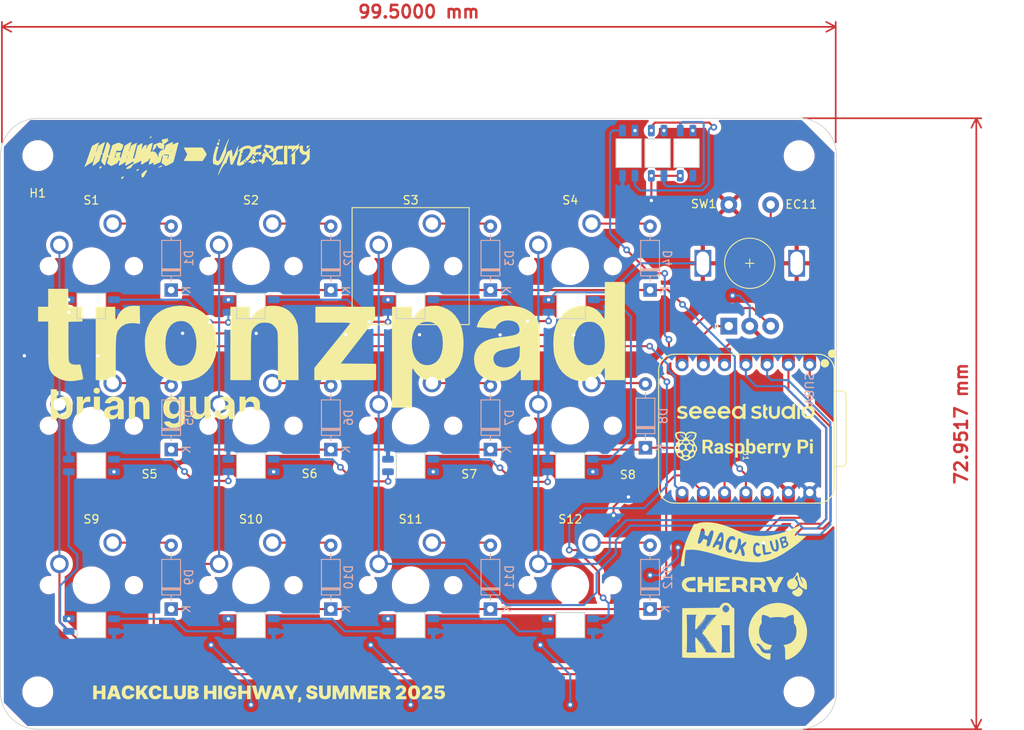
<source format=kicad_pcb>
(kicad_pcb (version 20240108) (generator "pcbnew") (generator_version "8.0")
  (layers (0 "F.Cu" signal) (31 "B.Cu" signal) (34 "B.Paste" user) (35 "F.Paste" user) (36 "B.SilkS" user "B.Silkscreen") (37 "F.SilkS" user "F.Silkscreen") (38 "B.Mask" user) (39 "F.Mask" user) (44 "Edge.Cuts" user))
  (net 0 "")
  (net 1 "VBUS")
  (net 2 "RGB_LED")
  (net 3 "GND")
  (net 4 "Net-(D13-DOUT)")
  (net 5 "Net-(D14-DOUT)")
  (net 6 "Net-(D15-DOUT)")
  (net 7 "Net-(D16-DOUT)")
  (net 8 "ROW 2")
  (net 9 "COLUMN 2")
  (net 10 "COLUMN 4")
  (net 11 "ROW 3")
  (net 12 "COLUMN 1")
  (net 13 "ROW 1")
  (net 14 "COLUMN 3")
  (net 15 "Net-(D1-A)")
  (net 16 "Net-(D2-A)")
  (net 17 "Net-(D3-A)")
  (net 18 "Net-(D4-A)")
  (net 19 "Net-(D5-A)")
  (net 20 "Net-(D6-A)")
  (net 21 "Net-(D7-A)")
  (net 22 "Net-(D8-A)")
  (net 23 "Net-(D9-A)")
  (net 24 "Net-(D10-A)")
  (net 25 "Net-(D11-A)")
  (net 26 "Net-(D12-A)")
  (net 27 "Net-(D16-DIN)")
  (net 28 "Net-(D17-DOUT)")
  (net 29 "Net-(D18-DOUT)")
  (net 30 "Net-(D19-DOUT)")
  (net 31 "Net-(D20-DOUT)")
  (net 32 "Net-(D22-DOUT)")
  (net 33 "ROTARY 2")
  (net 34 "ROTARY 3")
  (net 35 "ROTARY 1")
  (net 36 "3.3V")
  (net 37 "Net-(D13-DIN)")
  (net 38 "Net-(D23-DOUT)")
  (net 39 "Net-(D24-DOUT)")
  (net 40 "Net-(D26-DOUT)")
  (footprint "Button_Switch_Keyboard:SW_Cherry_MX_1.00u_PCB" (layer "F.Cu") (at 131.548971 114.780767)
    (property "Reference" "S10")
    (property "Value" "Keyswitch")
  )
  (footprint "LOGO" (layer "F.Cu") (at 187.85 119.75)
    (property "Reference" "G***" (hide yes))
    (property "Value" "LOGO" (hide yes))
  )
  (footprint "LOGO" (layer "F.Cu") (at 122.533971 68.503267)
    (property "Reference" "G***" (hide yes))
    (property "Value" "LOGO" (hide yes))
  )
  (footprint "LOGO" (layer "F.Cu") (at 191.873971 125.383267)
    (property "Reference" "G***" (hide yes))
    (property "Value" "LOGO" (hide yes))
  )
  (footprint "LOGO" (layer "F.Cu") (at 131.163971 132.843267)
    (property "Reference" "G***" (hide yes))
    (property "Value" "LOGO" (hide yes))
  )
  (footprint "LOGO" (layer "F.Cu") (at 183.593971 125.293267)
    (property "Reference" "G***" (hide yes))
    (property "Value" "LOGO" (hide yes))
  )
  (footprint "LOGO" (layer "F.Cu") (at 138.583971 91.153267)
    (property "Reference" "G***" (hide yes))
    (property "Value" "LOGO" (hide yes))
  )
  (footprint "Seeed Studio XIAO Series Library:XIAO-RP2040-DIP" (layer "F.Cu") (at 188.065471 101.173267 -90)
    (property "Reference" "U1")
    (property "Value" "XIAO-RP2040-DIP")
  )
  (footprint "Button_Switch_Keyboard:SW_Cherry_MX_1.00u_PCB" (layer "F.Cu") (at 112.498971 95.730767)
    (property "Reference" "S5")
    (property "Value" "Keyswitch")
  )
  (footprint "LOGO" (layer "F.Cu") (at 117.623971 98.653267)
    (property "Reference" "G***" (hide yes))
    (property "Value" "LOGO" (hide yes))
  )
  (footprint "Button_Switch_Keyboard:SW_Cherry_MX_1.00u_PCB" (layer "F.Cu") (at 131.548971 76.680767)
    (property "Reference" "S2")
    (property "Value" "Keyswitch")
  )
  (footprint "Button_Switch_Keyboard:SW_Cherry_MX_1.00u_PCB" (layer "F.Cu") (at 150.598971 76.680767)
    (property "Reference" "S3")
    (property "Value" "Keyswitch" (hide yes))
  )
  (footprint "Button_Switch_Keyboard:SW_Cherry_MX_1.00u_PCB" (layer "F.Cu") (at 112.498971 114.780767)
    (property "Reference" "S9")
    (property "Value" "Keyswitch")
  )
  (footprint "Button_Switch_Keyboard:SW_Cherry_MX_1.00u_PCB" (layer "F.Cu") (at 112.498971 76.680767)
    (property "Reference" "S1")
    (property "Value" "Keyswitch")
  )
  (footprint "Button_Switch_Keyboard:SW_Cherry_MX_1.00u_PCB" (layer "F.Cu") (at 169.648971 76.680767)
    (property "Reference" "S4")
    (property "Value" "Keyswitch")
  )
  (footprint "Button_Switch_Keyboard:SW_Cherry_MX_1.00u_PCB" (layer "F.Cu") (at 150.598971 95.730767)
    (property "Reference" "S7")
    (property "Value" "Keyswitch")
  )
  (footprint "MountingHole:MountingHole_3.2mm_M3_DIN965" (layer "F.Cu") (at 194.419831 68.580027)
    (property "Reference" "H2" (hide yes))
    (property "Value" "Mounting_Hole" (hide yes))
  )
  (footprint "MountingHole:MountingHole_3.2mm_M3_DIN965" (layer "F.Cu") (at 194.409657 132.594127)
    (property "Reference" "H4" (hide yes))
    (property "Value" "Mounting_Hole" (hide yes))
  )
  (footprint "Button_Switch_Keyboard:SW_Cherry_MX_1.00u_PCB" (layer "F.Cu") (at 131.548971 95.730767)
    (property "Reference" "S6")
    (property "Value" "Keyswitch")
  )
  (footprint "MountingHole:MountingHole_3.2mm_M3_DIN965" (layer "F.Cu") (at 103.563061 132.599003)
    (property "Reference" "H3" (hide yes))
    (property "Value" "Mounting_Hole" (hide yes))
  )
  (footprint "LOGO" (layer "F.Cu") (at 188.018767 99.124268)
    (property "Reference" "G***" (hide yes))
    (property "Value" "LOGO" (hide yes))
  )
  (footprint "Rotary_Encoder:RotaryEncoder_Alps_EC11E-Switch_Vertical_H20mm" (layer "F.Cu") (at 186.027571 88.923267 90)
    (property "Reference" "SW1")
    (property "Value" "RotaryEncoder_Switch_MP" (hide yes))
  )
  (footprint "Button_Switch_Keyboard:SW_Cherry_MX_1.00u_PCB" (layer "F.Cu") (at 150.598971 114.780767)
    (property "Reference" "S11")
    (property "Value" "Keyswitch")
  )
  (footprint "LOGO" (layer "F.Cu") (at 187.806008 114.96826)
    (property "Reference" "G***" (hide yes))
    (property "Value" "LOGO" (hide yes))
  )
  (footprint "Button_Switch_Keyboard:SW_Cherry_MX_1.00u_PCB" (layer "F.Cu") (at 169.648971 114.780767)
    (property "Reference" "S12")
    (property "Value" "Keyswitch")
  )
  (footprint "MountingHole:MountingHole_3.2mm_M3_DIN965" (layer "F.Cu") (at 103.573231 68.564907)
    (property "Reference" "H1")
    (property "Value" "Mounting_Hole" (hide yes))
  )
  (footprint "LOGO" (layer "F.Cu") (at 187.8 103.25)
    (property "Reference" "G***" (hide yes))
    (property "Value" "LOGO" (hide yes))
  )
  (footprint "Button_Switch_Keyboard:SW_Cherry_MX_1.00u_PCB" (layer "F.Cu") (at 169.648971 95.730767)
    (property "Reference" "S8")
    (property "Value" "Keyswitch")
  )
  (footprint "Diode_THT:D_DO-35_SOD27_P7.62mm_Horizontal" (layer "B.Cu") (at 157.581571 122.715267 90)
    (property "Reference" "D11")
    (property "Value" "Diode")
  )
  (footprint "ScottoKeebs_Components:LED_SK6812MINI" (layer "B.Cu") (at 109.957571 105.570467 180)
    (property "Reference" "D18" (hide yes))
    (property "Value" "LED_SK6812MINI" (hide yes))
    (fp_line (start 1.7 1.5) (end 1.7 -1.5) (stroke (width 0.12)) (layer "Edge.Cuts"))
    (fp_line (start 1.7 -1.5) (end -1.7 -1.5) (stroke (width 0.12)) (layer "Edge.Cuts"))
    (fp_line (start -1.7 1.5) (end 1.7 1.5) (stroke (width 0.12)) (layer "Edge.Cuts"))
    (fp_line (start -1.7 -1.5) (end -1.7 1.5) (stroke (width 0.12)) (layer "Edge.Cuts"))
  )
  (footprint "ScottoKeebs_Components:LED_SK6812MINI" (layer "B.Cu") (at 174.083971 68.273267 -90)
    (property "Reference" "D24" (hide yes))
    (property "Value" "LED_SK6812MINI" (hide yes))
    (fp_line (start -1.7 1.5) (end 1.7 1.5) (stroke (width 0.12)) (layer "Edge.Cuts"))
    (fp_line (start 1.7 1.5) (end 1.7 -1.5) (stroke (width 0.12)) (layer "Edge.Cuts"))
    (fp_line (start -1.7 -1.5) (end -1.7 1.5) (stroke (width 0.12)) (layer "Edge.Cuts"))
    (fp_line (start 1.7 -1.5) (end -1.7 -1.5) (stroke (width 0.12)) (layer "Edge.Cuts"))
  )
  (footprint "Diode_THT:D_DO-35_SOD27_P7.62mm_Horizontal" (layer "B.Cu") (at 119.482371 84.616067 90)
    (property "Reference" "D1")
    (property "Value" "Diode")
  )
  (footprint "Diode_THT:D_DO-35_SOD27_P7.62mm_Horizontal" (layer "B.Cu") (at 157.583971 103.668267 90)
    (property "Reference" "D7")
    (property "Value" "Diode")
  )
  (footprint "Diode_THT:D_DO-35_SOD27_P7.62mm_Horizontal" (layer "B.Cu") (at 138.531971 84.616067 90)
    (property "Reference" "D2")
    (property "Value" "Diode")
  )
  (footprint "ScottoKeebs_Components:LED_SK6812MINI" (layer "B.Cu") (at 129.007171 124.620067)
    (property "Reference" "D20" (hide yes))
    (property "Value" "LED_SK6812MINI" (hide yes))
    (fp_line (start -1.7 -1.5) (end -1.7 1.5) (stroke (width 0.12)) (layer "Edge.Cuts"))
    (fp_line (start -1.7 1.5) (end 1.7 1.5) (stroke (width 0.12)) (layer "Edge.Cuts"))
    (fp_line (start 1.7 -1.5) (end -1.7 -1.5) (stroke (width 0.12)) (layer "Edge.Cuts"))
    (fp_line (start 1.7 1.5) (end 1.7 -1.5) (stroke (width 0.12)) (layer "Edge.Cuts"))
  )
  (footprint "ScottoKeebs_Components:LED_SK6812MINI" (layer "B.Cu") (at 129.007171 86.520867)
    (property "Reference" "D13" (hide yes))
    (property "Value" "LED_SK6812MINI" (hide yes))
    (fp_line (start -1.7 -1.5) (end -1.7 1.5) (stroke (width 0.12)) (layer "Edge.Cuts"))
    (fp_line (start -1.7 1.5) (end 1.7 1.5) (stroke (width 0.12)) (layer "Edge.Cuts"))
    (fp_line (start 1.7 -1.5) (end -1.7 -1.5) (stroke (width 0.12)) (layer "Edge.Cuts"))
    (fp_line (start 1.7 1.5) (end 1.7 -1.5) (stroke (width 0.12)) (layer "Edge.Cuts"))
  )
  (footprint "ScottoKeebs_Components:LED_SK6812MINI" (layer "B.Cu") (at 167.218971 86.520867)
    (property "Reference" "D15" (hide yes))
    (property "Value" "LED_SK6812MINI" (hide yes))
    (fp_line (start -1.7 -1.5) (end -1.7 1.5) (stroke (width 0.12)) (layer "Edge.Cuts"))
    (fp_line (start -1.7 1.5) (end 1.7 1.5) (stroke (width 0.12)) (layer "Edge.Cuts"))
    (fp_line (start 1.7 -1.5) (end -1.7 -1.5) (stroke (width 0.12)) (layer "Edge.Cuts"))
    (fp_line (start 1.7 1.5) (end 1.7 -1.5) (stroke (width 0.12)) (layer "Edge.Cuts"))
  )
  (footprint "Diode_THT:D_DO-35_SOD27_P7.62mm_Horizontal" (layer "B.Cu") (at 157.581571 84.616067 90)
    (property "Reference" "D3")
    (property "Value" "Diode")
  )
  (footprint "Diode_THT:D_DO-35_SOD27_P7.62mm_Horizontal" (layer "B.Cu") (at 138.531971 122.715267 90)
    (property "Reference" "D10")
    (property "Value" "Diode")
  )
  (footprint "ScottoKeebs_Components:LED_SK6812MINI" (layer "B.Cu") (at 109.957571 124.620067)
    (property "Reference" "D19" (hide yes))
    (property "Value" "LED_SK6812MINI" (hide yes))
    (fp_line (start -1.7 -1.5) (end -1.7 1.5) (stroke (width 0.12)) (layer "Edge.Cuts"))
    (fp_line (start -1.7 1.5) (end 1.7 1.5) (stroke (width 0.12)) (layer "Edge.Cuts"))
    (fp_line (start 1.7 -1.5) (end -1.7 -1.5) (stroke (width 0.12)) (layer "Edge.Cuts"))
    (fp_line (start 1.7 1.5) (end 1.7 -1.5) (stroke (width 0.12)) (layer "Edge.Cuts"))
  )
  (footprint "Diode_THT:D_DO-35_SOD27_P7.62mm_Horizontal" (layer "B.Cu") (at 119.483971 103.668267 90)
    (property "Reference" "D5")
    (property "Value" "Diode")
  )
  (footprint "ScottoKeebs_Components:LED_SK6812MINI" (layer "B.Cu") (at 180.983971 68.273267 -90)
    (property "Reference" "D27" (hide yes))
    (property "Value" "LED_SK6812MINI" (hide yes))
    (fp_line (start -1.7 1.5) (end 1.7 1.5) (stroke (width 0.12)) (layer "Edge.Cuts"))
    (fp_line (start 1.7 1.5) (end 1.7 -1.5) (stroke (width 0.12)) (layer "Edge.Cuts"))
    (fp_line (start -1.7 -1.5) (end -1.7 1.5) (stroke (width 0.12)) (layer "Edge.Cuts"))
    (fp_line (start 1.7 -1.5) (end -1.7 -1.5) (stroke (width 0.12)) (layer "Edge.Cuts"))
  )
  (footprint "Diode_THT:D_DO-35_SOD27_P7.62mm_Horizontal" (layer "B.Cu") (at 119.482371 122.715267 90)
    (property "Reference" "D9")
    (property "Value" "Diode")
  )
  (footprint "ScottoKeebs_Components:LED_SK6812MINI" (layer "B.Cu") (at 148.056771 86.520867)
    (property "Reference" "D14" (hide yes))
    (property "Value" "LED_SK6812MINI" (hide yes))
    (fp_line (start -1.7 -1.5) (end -1.7 1.5) (stroke (width 0.12)) (layer "Edge.Cuts"))
    (fp_line (start -1.7 1.5) (end 1.7 1.5) (stroke (width 0.12)) (layer "Edge.Cuts"))
    (fp_line (start 1.7 -1.5) (end -1.7 -1.5) (stroke (width 0.12)) (layer "Edge.Cuts"))
    (fp_line (start 1.7 1.5) (end 1.7 -1.5) (stroke (width 0.12)) (layer "Edge.Cuts"))
  )
  (footprint "Diode_THT:D_DO-35_SOD27_P7.62mm_Horizontal" (layer "B.Cu") (at 138.533971 103.668267 90)
    (property "Reference" "D6")
    (property "Value" "Diode")
  )
  (footprint "ScottoKeebs_Components:LED_SK6812MINI" (layer "B.Cu") (at 167.104971 105.570467 180)
    (property "Reference" "D21" (hide yes))
    (property "Value" "LED_SK6812MINI" (hide yes))
    (fp_line (start 1.7 1.5) (end 1.7 -1.5) (stroke (width 0.12)) (layer "Edge.Cuts"))
    (fp_line (start 1.7 -1.5) (end -1.7 -1.5) (stroke (width 0.12)) (layer "Edge.Cuts"))
    (fp_line (start -1.7 1.5) (end 1.7 1.5) (stroke (width 0.12)) (layer "Edge.Cuts"))
    (fp_line (start -1.7 -1.5) (end -1.7 1.5) (stroke (width 0.12)) (layer "Edge.Cuts"))
  )
  (footprint "ScottoKeebs_Components:LED_SK6812MINI" (layer "B.Cu") (at 109.957571 86.520867)
    (property "Reference" "D25" (hide yes))
    (property "Value" "LED_SK6812MINI" (hide yes))
    (fp_line (start -1.7 -1.5) (end -1.7 1.5) (stroke (width 0.12)) (layer "Edge.Cuts"))
    (fp_line (start -1.7 1.5) (end 1.7 1.5) (stroke (width 0.12)) (layer "Edge.Cuts"))
    (fp_line (start 1.7 -1.5) (end -1.7 -1.5) (stroke (width 0.12)) (layer "Edge.Cuts"))
    (fp_line (start 1.7 1.5) (end 1.7 -1.5) (stroke (width 0.12)) (layer "Edge.Cuts"))
  )
  (footprint "ScottoKeebs_Components:LED_SK6812MINI" (layer "B.Cu") (at 177.533971 68.273267 -90)
    (property "Reference" "D26" (hide yes))
    (property "Value" "LED_SK6812MINI" (hide yes))
    (fp_line (start -1.7 1.5) (end 1.7 1.5) (stroke (width 0.12)) (layer "Edge.Cuts"))
    (fp_line (start 1.7 1.5) (end 1.7 -1.5) (stroke (width 0.12)) (layer "Edge.Cuts"))
    (fp_line (start -1.7 -1.5) (end -1.7 1.5) (stroke (width 0.12)) (layer "Edge.Cuts"))
    (fp_line (start 1.7 -1.5) (end -1.7 -1.5) (stroke (width 0.12)) (layer "Edge.Cuts"))
  )
  (footprint "ScottoKeebs_Components:LED_SK6812MINI" (layer "B.Cu") (at 167.125 124.620067)
    (property "Reference" "D23" (hide yes))
    (property "Value" "LED_SK6812MINI" (hide yes))
    (fp_line (start -1.7 -1.5) (end -1.7 1.5) (stroke (width 0.12)) (layer "Edge.Cuts"))
    (fp_line (start -1.7 1.5) (end 1.7 1.5) (stroke (width 0.12)) (layer "Edge.Cuts"))
    (fp_line (start 1.7 -1.5) (end -1.7 -1.5) (stroke (width 0.12)) (layer "Edge.Cuts"))
    (fp_line (start 1.7 1.5) (end 1.7 -1.5) (stroke (width 0.12)) (layer "Edge.Cuts"))
  )
  (footprint "Diode_THT:D_DO-35_SOD27_P7.62mm_Horizontal" (layer "B.Cu") (at 176.633971 84.618267 90)
    (property "Reference" "D4")
    (property "Value" "Diode")
  )
  (footprint "ScottoKeebs_Components:LED_SK6812MINI" (layer "B.Cu") (at 129.007171 105.570467 180)
    (property "Reference" "D17" (hide yes))
    (property "Value" "LED_SK6812MINI" (hide yes))
    (fp_line (start 1.7 1.5) (end 1.7 -1.5) (stroke (width 0.12)) (layer "Edge.Cuts"))
    (fp_line (start 1.7 -1.5) (end -1.7 -1.5) (stroke (width 0.12)) (layer "Edge.Cuts"))
    (fp_line (start -1.7 1.5) (end 1.7 1.5) (stroke (width 0.12)) (layer "Edge.Cuts"))
    (fp_line (start -1.7 -1.5) (end -1.7 1.5) (stroke (width 0.12)) (layer "Edge.Cuts"))
  )
  (footprint "Diode_THT:D_DO-35_SOD27_P7.62mm_Horizontal" (layer "B.Cu") (at 176.633971 122.715267 90)
    (property "Reference" "D12")
    (property "Value" "Diode")
  )
  (footprint "Diode_THT:D_DO-35_SOD27_P7.62mm_Horizontal" (layer "B.Cu") (at 176.073971 103.453267 90)
    (property "Reference" "D8")
    (property "Value" "Diode")
  )
  (footprint "ScottoKeebs_Components:LED_SK6812MINI" (layer "B.Cu") (at 148.056771 124.620067)
    (property "Reference" "D22" (hide yes))
    (property "Value" "LED_SK6812MINI" (hide yes))
    (fp_line (start -1.7 -1.5) (end -1.7 1.5) (stroke (width 0.12)) (layer "Edge.Cuts"))
    (fp_line (start -1.7 1.5) (end 1.7 1.5) (stroke (width 0.12)) (layer "Edge.Cuts"))
    (fp_line (start 1.7 -1.5) (end -1.7 -1.5) (stroke (width 0.12)) (layer "Edge.Cuts"))
    (fp_line (start 1.7 1.5) (end 1.7 -1.5) (stroke (width 0.12)) (layer "Edge.Cuts"))
  )
  (footprint "ScottoKeebs_Components:LED_SK6812MINI" (layer "B.Cu") (at 148.056771 105.570467 180)
    (property "Reference" "D16" (hide yes))
    (property "Value" "LED_SK6812MINI" (hide yes))
    (fp_line (start 1.7 1.5) (end 1.7 -1.5) (stroke (width 0.12)) (layer "Edge.Cuts"))
    (fp_line (start 1.7 -1.5) (end -1.7 -1.5) (stroke (width 0.12)) (layer "Edge.Cuts"))
    (fp_line (start -1.7 1.5) (end 1.7 1.5) (stroke (width 0.12)) (layer "Edge.Cuts"))
    (fp_line (start -1.7 -1.5) (end -1.7 1.5) (stroke (width 0.12)) (layer "Edge.Cuts"))
  )
  (gr_line (start 99.105885 68.564907) (end 99.116054 68.564907) (stroke (width 0.1)) (layer "Edge.Cuts"))
  (gr_line (start 194.402747 137.059437) (end 103.563061 137.059437) (stroke (width 0.1)) (layer "Edge.Cuts"))
  (gr_arc (start 194.419831 64.107731) (mid 197.57397 65.415649) (end 198.877007 68.571809) (stroke (width 0.1)) (layer "Edge.Cuts"))
  (gr_arc (start 99.116054 68.564907) (mid 100.423972 65.410768) (end 103.580132 64.107731) (stroke (width 0.1)) (layer "Edge.Cuts"))
  (gr_line (start 103.580132 64.107731) (end 194.419831 64.107731) (stroke (width 0.1)) (layer "Edge.Cuts"))
  (gr_arc (start 198.874965 132.586) (mid 197.567542 135.751151) (end 194.402747 137.059437) (stroke (width 0.1)) (layer "Edge.Cuts"))
  (gr_line (start 198.874965 68.586928) (end 198.874965 68.571809) (stroke (width 0.1)) (layer "Edge.Cuts"))
  (gr_line (start 99.105885 132.592106) (end 99.105885 68.564907) (stroke (width 0.1)) (layer "Edge.Cuts"))
  (gr_arc (start 103.563061 137.056184) (mid 100.408921 135.748267) (end 99.105885 132.592106) (stroke (width 0.1)) (layer "Edge.Cuts"))
  (gr_line (start 198.874965 132.586) (end 198.874965 68.586928) (stroke (width 0.1)) (layer "Edge.Cuts"))
  (gr_text "VBUS" (at 195 98.45 -90) (layer "B.SilkS") (effects (font (size 1 1)) (justify left bottom mirror)))
  (gr_text "EC11" (at 192.675 74.975 0) (layer "F.SilkS") (effects (font (size 1 1)) (justify left bottom)))
  (dimension (type aligned) (layer "F.Cu") (pts (xy 99.283971 67.473267) (xy 198.783971 67.473267)) (height -14.2875) (gr_text "99.5000 mm" (at 149.033971 51.385767 0) (layer "F.Cu") (effects (font (size 1.5 1.5) (thickness 0.3)))) (format (prefix "") (suffix "") (units 3) (units_format 1) (precision 4)) (style (thickness 0.2) (arrow_length 1.27) (text_position_mode 0) (extension_height 0.58642) (extension_offset 0.5) keep_text_aligned))
  (dimension (type aligned) (layer "F.Cu") (pts (xy 194.419831 64.107731) (xy 194.419831 137.059437)) (height -21.14414) (gr_text "72.9517 mm" (at 213.763971 100.583584 90) (layer "F.Cu") (effects (font (size 1.5 1.5) (thickness 0.3)))) (format (prefix "") (suffix "") (units 3) (units_format 1) (precision 4)) (style (thickness 0.2) (arrow_length 1.27) (text_position_mode 0) (extension_height 0.58642) (extension_offset 0.5) keep_text_aligned))
  (segment (start 158.733971 89.973267) (end 158.703971 89.973267) (width 0.25) (layer "F.Cu") (net 1))
  (segment (start 140.343971 89.943267) (end 140.313971 89.943267) (width 0.25) (layer "F.Cu") (net 1))
  (segment (start 101.973971 92.473267) (end 110.743971 92.473267) (width 0.25) (layer "F.Cu") (net 1))
  (segment (start 192.16 111.81) (end 190.17 113.8) (width 0.25) (layer "F.Cu") (net 1))
  (segment (start 195.07 111.81) (end 192.16 111.81) (width 0.25) (layer "F.Cu") (net 1))
  (segment (start 172.27 111.53) (end 172.27 110.51) (width 0.25) (layer "F.Cu") (net 1))
  (segment (start 195.685471 111.194529) (end 195.07 111.81) (width 0.25) (layer "F.Cu") (net 1))
  (segment (start 140.353971 89.953267) (end 149.123971 89.953267) (width 0.25) (layer "F.Cu") (net 1))
  (segment (start 101.963971 92.463267) (end 101.933971 92.463267) (width 0.25) (layer "F.Cu") (net 1))
  (segment (start 190.17 113.8) (end 190.17 114.81) (width 0.25) (layer "F.Cu") (net 1))
  (segment (start 120.848971 89.783267) (end 120.818971 89.783267) (width 0.25) (layer "F.Cu") (net 1))
  (segment (start 120.858971 89.793267) (end 129.628971 89.793267) (width 0.25) (layer "F.Cu") (net 1))
  (segment (start 172.27 110.51) (end 173.45 109.33) (width 0.25) (layer "F.Cu") (net 1))
  (segment (start 101.963971 92.463267) (end 101.973971 92.473267) (width 0.25) (layer "F.Cu") (net 1))
  (segment (start 176.783971 70.973267) (end 176.783971 73.923267) (width 0.25) (layer "F.Cu") (net 1))
  (segment (start 180.233971 70.973267) (end 176.783971 70.973267) (width 0.25) (layer "F.Cu") (net 1))
  (segment (start 120.848971 89.783267) (end 120.858971 89.793267) (width 0.25) (layer "F.Cu") (net 1))
  (segment (start 158.733971 89.973267) (end 158.743971 89.983267) (width 0.25) (layer "F.Cu") (net 1))
  (segment (start 195.685471 109.628267) (end 195.685471 111.194529) (width 0.25) (layer "F.Cu") (net 1))
  (segment (start 173.45 109.33) (end 174.05 109.33) (width 0.25) (layer "F.Cu") (net 1))
  (segment (start 158.743971 89.983267) (end 167.513971 89.983267) (width 0.25) (layer "F.Cu") (net 1))
  (segment (start 140.343971 89.943267) (end 140.353971 89.953267) (width 0.25) (layer "F.Cu") (net 1))
  (via (at 176.783971 70.973267) (size 0.8) (drill 0.4) (layers "F.Cu" "B.Cu") (net 1))
  (via (at 149.123971 89.953267) (size 0.8) (drill 0.4) (layers "F.Cu" "B.Cu") (net 1))
  (via (at 172.27 111.53) (size 0.8) (drill 0.4) (layers "F.Cu" "B.Cu") (net 1))
  (via (at 158.733971 89.973267) (size 0.8) (drill 0.4) (layers "F.Cu" "B.Cu") (net 1))
  (via (at 120.848971 89.783267) (size 0.8) (drill 0.4) (layers "F.Cu" "B.Cu") (net 1))
  (via (at 110.743971 92.473267) (size 0.8) (drill 0.4) (layers "F.Cu" "B.Cu") (net 1))
  (via (at 180.233971 70.973267) (size 0.8) (drill 0.4) (layers "F.Cu" "B.Cu") (net 1))
  (via (at 176.783971 73.923267) (size 0.8) (drill 0.4) (layers "F.Cu" "B.Cu") (net 1))
  (via (at 140.343971 89.943267) (size 0.8) (drill 0.4) (layers "F.Cu" "B.Cu") (net 1))
  (via (at 190.17 114.81) (size 0.8) (drill 0.4) (layers "F.Cu" "B.Cu") (net 1))
  (via (at 101.963971 92.463267) (size 0.8) (drill 0.4) (layers "F.Cu" "B.Cu") (net 1))
  (via (at 174.05 109.33) (size 0.8) (drill 0.4) (layers "F.Cu" "B.Cu") (net 1))
  (via (at 129.628971 89.793267) (size 0.8) (drill 0.4) (layers "F.Cu" "B.Cu") (net 1))
  (via (at 167.513971 89.983267) (size 0.8) (drill 0.4) (layers "F.Cu" "B.Cu") (net 1))
  (segment (start 107.257571 87.270867) (end 111.309971 91.323267) (width 0.25) (layer "F.Cu") (net 2))
  (segment (start 111.309971 91.323267) (end 176.583971 91.323267) (width 0.25) (layer "F.Cu") (net 2))
  (via (at 107.257571 87.270867) (size 0.8) (drill 0.4) (layers "F.Cu" "B.Cu") (net 2))
  (via (at 176.583971 91.323267) (size 0.8) (drill 0.4) (layers "F.Cu" "B.Cu") (net 2))
  (segment (start 176.583971 91.323267) (end 178.813971 93.553267) (width 0.25) (layer "B.Cu") (net 2))
  (segment (start 179.59 107.937796) (end 180.445471 108.793267) (width 0.25) (layer "B.Cu") (net 2))
  (segment (start 178.813971 93.553267) (end 178.813971 94.173971) (width 0.25) (layer "B.Cu") (net 2))
  (segment (start 178.813971 94.173971) (end 179.59 94.95) (width 0.25) (layer "B.Cu") (net 2))
  (segment (start 179.59 94.95) (end 179.59 107.937796) (width 0.25) (layer "B.Cu") (net 2))
  (segment (start 126.307171 123.870067) (end 124.999671 123.870067) (width 0.25) (layer "F.Cu") (net 3))
  (segment (start 145.356771 123.870067) (end 144.049671 123.870067) (width 0.25) (layer "F.Cu") (net 3))
  (segment (start 124.999671 123.870067) (end 124.246471 124.623267) (width 0.25) (layer "F.Cu") (net 3))
  (segment (start 164.723771 123.870067) (end 164.179933 123.870067) (width 0.25) (layer "F.Cu") (net 3))
  (segment (start 143.296471 124.623267) (end 143.296471 127.004517) (width 0.25) (layer "F.Cu") (net 3))
  (segment (start 144.049671 123.870067) (end 143.296471 124.623267) (width 0.25) (layer "F.Cu") (net 3))
  (segment (start 163.537096 124.512904) (end 163.537096 127.004517) (width 0.25) (layer "F.Cu") (net 3))
  (segment (start 164.179933 123.870067) (end 163.537096 124.512904) (width 0.25) (layer "F.Cu") (net 3))
  (segment (start 124.246471 124.623267) (end 124.246471 127.004517) (width 0.25) (layer "F.Cu") (net 3))
  (via (at 112.657571 106.320467) (size 0.8) (drill 0.4) (layers "F.Cu" "B.Cu") (net 3))
  (via (at 167.106371 134.144867) (size 0.8) (drill 0.4) (layers "F.Cu" "B.Cu") (net 3))
  (via (at 186.48 85.28) (size 0.8) (drill 0.4) (layers "F.Cu" "B.Cu") (net 3))
  (via (at 176.64 118.67) (size 0.8) (drill 0.4) (layers "F.Cu" "B.Cu") (net 3))
  (via (at 164.518971 85.770867) (size 0.8) (drill 0.4) (layers "F.Cu" "B.Cu") (net 3))
  (via (at 131.707171 106.320467) (size 0.8) (drill 0.4) (layers "F.Cu" "B.Cu") (net 3))
  (via (at 164.723771 123.870067) (size 0.8) (drill 0.4) (layers "F.Cu" "B.Cu") (net 3))
  (via (at 107.257571 85.770867) (size 0.8) (drill 0.4) (layers "F.Cu" "B.Cu") (net 3))
  (via (at 148.056771 134.144867) (size 0.8) (drill 0.4) (layers "F.Cu" "B.Cu") (net 3))
  (via (at 163.537096 127.004517) (size 0.8) (drill 0.4) (layers "F.Cu" "B.Cu") (net 3))
  (via (at 150.756771 106.320467) (size 0.8) (drill 0.4) (layers "F.Cu" "B.Cu") (net 3))
  (via (at 107.257571 123.870067) (size 0.8) (drill 0.4) (layers "F.Cu" "B.Cu") (net 3))
  (via (at 169.804971 106.320467) (size 0.8) (drill 0.4) (layers "F.Cu" "B.Cu") (net 3))
  (via (at 145.356771 123.870067) (size 0.8) (drill 0.4) (layers "F.Cu" "B.Cu") (net 3))
  (via (at 179.96 115.36) (size 0.8) (drill 0.4) (layers "F.Cu" "B.Cu") (net 3))
  (via (at 145.356771 85.770867) (size 0.8) (drill 0.4) (layers "F.Cu" "B.Cu") (net 3))
  (via (at 178.283971 65.573267) (size 0.8) (drill 0.4) (layers "F.Cu" "B.Cu") (net 3))
  (via (at 129.007171 134.144867) (size 0.8) (drill 0.4) (layers "F.Cu" "B.Cu") (net 3))
  (via (at 174.833971 65.573267) (size 0.8) (drill 0.4) (layers "F.Cu" "B.Cu") (net 3))
  (via (at 181.733971 65.573267) (size 0.8) (drill 0.4) (layers "F.Cu" "B.Cu") (net 3))
  (via (at 126.307171 123.870067) (size 0.8) (drill 0.4) (layers "F.Cu" "B.Cu") (net 3))
  (via (at 124.246471 127.004517) (size 0.8) (drill 0.4) (layers "F.Cu" "B.Cu") (net 3))
  (via (at 143.296471 127.004517) (size 0.8) (drill 0.4) (layers "F.Cu" "B.Cu") (net 3))
  (via (at 126.307171 85.770867) (size 0.8) (drill 0.4) (layers "F.Cu" "B.Cu") (net 3))
  (segment (start 177.78 118.67) (end 179.96 116.49) (width 0.25) (layer "B.Cu") (net 3))
  (segment (start 167.106371 130.573792) (end 163.537096 127.004517) (width 0.25) (layer "B.Cu") (net 3))
  (segment (start 167.106371 134.144867) (end 167.106371 130.573792) (width 0.25) (layer "B.Cu") (net 3))
  (segment (start 164.518971 85.770867) (end 165.393971 84.895867) (width 0.25) (layer "B.Cu") (net 3))
  (segment (start 171.941371 84.895867) (end 175.413971 81.423267) (width 0.25) (layer "B.Cu") (net 3))
  (segment (start 124.246471 127.004517) (end 129.007171 131.765217) (width 0.25) (layer "B.Cu") (net 3))
  (segment (start 129.007171 131.765217) (end 129.007171 134.144867) (width 0.25) (layer "B.Cu") (net 3))
  (segment (start 148.056771 131.764817) (end 148.056771 134.144867) (width 0.25) (layer "B.Cu") (net 3))
  (segment (start 187.29 85.28) (end 188.527571 86.517571) (width 0.25) (layer "B.Cu") (net 3))
  (segment (start 143.296471 127.004517) (end 148.056771 131.764817) (width 0.25) (layer "B.Cu") (net 3))
  (segment (start 176.64 118.67) (end 177.78 118.67) (width 0.25) (layer "B.Cu") (net 3))
  (segment (start 175.413971 81.423267) (end 182.927571 81.423267) (width 0.25) (layer "B.Cu") (net 3))
  (segment (start 179.96 116.49) (end 179.96 115.36) (width 0.25) (layer "B.Cu") (net 3))
  (segment (start 165.393971 84.895867) (end 171.941371 84.895867) (width 0.25) (layer "B.Cu") (net 3))
  (segment (start 188.527571 86.517571) (end 188.527571 88.923267) (width 0.25) (layer "B.Cu") (net 3))
  (segment (start 186.48 85.28) (end 187.29 85.28) (width 0.25) (layer "B.Cu") (net 3))
  (segment (start 145.323971 88.403267) (end 145.356771 88.436067) (width 0.25) (layer "F.Cu") (net 4))
  (segment (start 143.103971 88.403267) (end 145.323971 88.403267) (width 0.25) (layer "F.Cu") (net 4))
  (via (at 145.356771 88.436067) (size 0.8) (drill 0.4) (layers "F.Cu" "B.Cu") (net 4))
  (via (at 143.103971 88.403267) (size 0.8) (drill 0.4) (layers "F.Cu" "B.Cu") (net 4))
  (segment (start 143.103971 88.403267) (end 143.133971 88.433267) (width 0.25) (layer "B.Cu") (net 4))
  (segment (start 143.103971 88.403267) (end 140.471571 85.770867) (width 0.25) (layer "B.Cu") (net 4))
  (segment (start 145.356771 88.436067) (end 145.356771 87.270867) (width 0.25) (layer "B.Cu") (net 4))
  (segment (start 140.471571 85.770867) (end 131.707171 85.770867) (width 0.25) (layer "B.Cu") (net 4))
  (segment (start 161.988971 88.323267) (end 164.508971 88.323267) (width 0.25) (layer "F.Cu") (net 5))
  (segment (start 164.508971 88.323267) (end 164.518971 88.313267) (width 0.25) (layer "F.Cu") (net 5))
  (via (at 164.518971 88.313267) (size 0.8) (drill 0.4) (layers "F.Cu" "B.Cu") (net 5))
  (via (at 161.988971 88.323267) (size 0.8) (drill 0.4) (layers "F.Cu" "B.Cu") (net 5))
  (segment (start 164.518971 87.270867) (end 164.518971 88.313267) (width 0.25) (layer "B.Cu") (net 5))
  (segment (start 150.756771 85.770867) (end 159.436571 85.770867) (width 0.25) (layer "B.Cu") (net 5))
  (segment (start 159.436571 85.770867) (end 161.988971 88.323267) (width 0.25) (layer "B.Cu") (net 5))
  (segment (start 174.348971 102.313267) (end 174.348971 87.803267) (width 0.25) (layer "B.Cu") (net 6))
  (segment (start 169.804971 104.820467) (end 171.841771 104.820467) (width 0.25) (layer "B.Cu") (net 6))
  (segment (start 174.348971 87.803267) (end 172.316571 85.770867) (width 0.25) (layer "B.Cu") (net 6))
  (segment (start 172.316571 85.770867) (end 169.918971 85.770867) (width 0.25) (layer "B.Cu") (net 6))
  (segment (start 171.841771 104.820467) (end 174.348971 102.313267) (width 0.25) (layer "B.Cu") (net 6))
  (segment (start 139.683971 105.783267) (end 141.363971 107.463267) (width 0.25) (layer "F.Cu") (net 7))
  (segment (start 141.363971 107.463267) (end 145.373971 107.463267) (width 0.25) (layer "F.Cu") (net 7))
  (via (at 145.373971 107.463267) (size 0.8) (drill 0.4) (layers "F.Cu" "B.Cu") (net 7))
  (via (at 139.683971 105.783267) (size 0.8) (drill 0.4) (layers "F.Cu" "B.Cu") (net 7))
  (segment (start 145.356771 107.446067) (end 145.356771 106.320467) (width 0.25) (layer "B.Cu") (net 7))
  (segment (start 131.707171 104.820467) (end 138.721171 104.820467) (width 0.25) (layer "B.Cu") (net 7))
  (segment (start 145.373971 107.463267) (end 145.356771 107.446067) (width 0.25) (layer "B.Cu") (net 7))
  (segment (start 138.721171 104.820467) (end 139.683971 105.783267) (width 0.25) (layer "B.Cu") (net 7))
  (segment (start 157.583971 103.668267) (end 138.533971 103.668267) (width 0.25) (layer "F.Cu") (net 8))
  (segment (start 185.525471 106.395471) (end 185.525471 108.793267) (width 0.25) (layer "F.Cu") (net 8))
  (segment (start 138.533971 103.668267) (end 119.483971 103.668267) (width 0.25) (layer "F.Cu") (net 8))
  (segment (start 157.583971 103.668267) (end 176.633971 103.668267) (width 0.25) (layer "F.Cu") (net 8))
  (segment (start 182.583267 103.453267) (end 185.525471 106.395471) (width 0.25) (layer "F.Cu") (net 8))
  (segment (start 176.073971 103.453267) (end 182.583267 103.453267) (width 0.25) (layer "F.Cu") (net 8))
  (segment (start 193.145471 124.774167) (end 193.145471 114.034529) (width 0.25) (layer "F.Cu") (net 9))
  (segment (start 193.145471 114.034529) (end 193.15 114.03) (width 0.25) (layer "F.Cu") (net 9))
  (segment (start 194.44 112.52) (end 197.08 112.52) (width 0.25) (layer "F.Cu") (net 9))
  (segment (start 119.8 129.8) (end 188.119638 129.8) (width 0.25) (layer "F.Cu") (net 9))
  (segment (start 125.198971 117.320767) (end 120.046471 117.320767) (width 0.25) (layer "F.Cu") (net 9))
  (segment (start 197.67 111.93) (end 197.67 101.096396) (width 0.25) (layer "F.Cu") (net 9))
  (segment (start 197.08 112.52) (end 197.67 111.93) (width 0.25) (layer "F.Cu") (net 9))
  (segment (start 193.15 114.03) (end 193.15 113.81) (width 0.25) (layer "F.Cu") (net 9))
  (segment (start 193.145471 96.571867) (end 193.145471 93.553267) (width 0.25) (layer "F.Cu") (net 9))
  (segment (start 193.15 113.81) (end 194.44 112.52) (width 0.25) (layer "F.Cu") (net 9))
  (segment (start 117.4 127.4) (end 119.8 129.8) (width 0.25) (layer "F.Cu") (net 9))
  (segment (start 197.67 101.096396) (end 193.145471 96.571867) (width 0.25) (layer "F.Cu") (net 9))
  (segment (start 188.119638 129.8) (end 193.145471 124.774167) (width 0.25) (layer "F.Cu") (net 9))
  (segment (start 117.4 119.967238) (end 117.4 127.4) (width 0.25) (layer "F.Cu") (net 9))
  (segment (start 120.046471 117.320767) (end 117.4 119.967238) (width 0.25) (layer "F.Cu") (net 9))
  (segment (start 125.198971 79.220767) (end 125.198971 117.320767) (width 0.25) (layer "B.Cu") (net 9))
  (segment (start 188.175471 91.439167) (end 188.175471 93.593267) (width 0.25) (layer "F.Cu") (net 10))
  (segment (start 163.298971 79.220767) (end 163.298971 117.320767) (width 0.25) (layer "B.Cu") (net 10))
  (segment (start 171.82 114.067238) (end 173.793971 112.093267) (width 0.25) (layer "B.Cu") (net 10))
  (segment (start 194.929455 113.1) (end 196.53 113.1) (width 0.25) (layer "B.Cu") (net 10))
  (segment (start 173.793971 112.093267) (end 193.922722 112.093267) (width 0.25) (layer "B.Cu") (net 10))
  (segment (start 188.065471 94.875471) (end 188.065471 93.553267) (width 0.25) (layer "B.Cu") (net 10))
  (segment (start 196.53 113.1) (end 197.64 111.99) (width 0.25) (layer "B.Cu") (net 10))
  (segment (start 170.269233 117.320767) (end 171.82 115.77) (width 0.25) (layer "B.Cu") (net 10))
  (segment (start 193.922722 112.093267) (end 194.929455 113.1) (width 0.25) (layer "B.Cu") (net 10))
  (segment (start 197.64 101.03) (end 192.71 96.1) (width 0.25) (layer "B.Cu") (net 10))
  (segment (start 189.29 96.1) (end 188.065471 94.875471) (width 0.25) (layer "B.Cu") (net 10))
  (segment (start 171.82 115.77) (end 171.82 114.067238) (width 0.25) (layer "B.Cu") (net 10))
  (segment (start 192.71 96.1) (end 189.29 96.1) (width 0.25) (layer "B.Cu") (net 10))
  (segment (start 197.64 111.99) (end 197.64 101.03) (width 0.25) (layer "B.Cu") (net 10))
  (segment (start 163.298971 117.320767) (end 170.269233 117.320767) (width 0.25) (layer "B.Cu") (net 10))
  (segment (start 180.942204 106.75) (end 179.61 106.75) (width 0.25) (layer "F.Cu") (net 11))
  (segment (start 119.482371 122.715267) (end 138.531971 122.715267) (width 0.25) (layer "F.Cu") (net 11))
  (segment (start 178.106971 122.715267) (end 178.556119 122.266119) (width 0.25) (layer "F.Cu") (net 11))
  (segment (start 157.581571 122.715267) (end 176.633971 122.715267) (width 0.25) (layer "F.Cu") (net 11))
  (segment (start 138.531971 122.715267) (end 157.581571 122.715267) (width 0.25) (layer "F.Cu") (net 11))
  (segment (start 176.948571 122.715267) (end 178.106971 122.715267) (width 0.25) (layer "F.Cu") (net 11))
  (segment (start 178.556119 122.266119) (end 178.556119 107.803881) (width 0.25) (layer "F.Cu") (net 11))
  (segment (start 182.985471 108.793267) (end 180.942204 106.75) (width 0.25) (layer "F.Cu") (net 11))
  (segment (start 178.556119 122.266119) (end 178.686471 122.135767) (width 0.25) (layer "F.Cu") (net 11))
  (segment (start 178.556119 107.803881) (end 179.61 106.75) (width 0.25) (layer "F.Cu") (net 11))
  (segment (start 194.72 113.09) (end 197.3 113.09) (width 0.25) (layer "F.Cu") (net 12))
  (segment (start 193.783971 114.026029) (end 194.72 113.09) (width 0.25) (layer "F.Cu") (net 12))
  (segment (start 198.19 100.98) (end 195.685471 98.475471) (width 0.25) (layer "F.Cu") (net 12))
  (segment (start 112.450727 130.49) (end 188.36 130.49) (width 0.25) (layer "F.Cu") (net 12))
  (segment (start 195.685471 98.475471) (end 195.685471 93.553267) (width 0.25) (layer "F.Cu") (net 12))
  (segment (start 198.19 112.2) (end 198.19 100.98) (width 0.25) (layer "F.Cu") (net 12))
  (segment (start 106.148971 117.320767) (end 106.148971 124.188244) (width 0.25) (layer "F.Cu") (net 12))
  (segment (start 106.148971 124.188244) (end 112.450727 130.49) (width 0.25) (layer "F.Cu") (net 12))
  (segment (start 193.783971 125.066029) (end 193.783971 114.026029) (width 0.25) (layer "F.Cu") (net 12))
  (segment (start 188.36 130.49) (end 193.783971 125.066029) (width 0.25) (layer "F.Cu") (net 12))
  (segment (start 197.3 113.09) (end 198.19 112.2) (width 0.25) (layer "F.Cu") (net 12))
  (segment (start 106.148971 79.220767) (end 106.148971 117.320767) (width 0.25) (layer "B.Cu") (net 12))
  (segment (start 138.531971 84.616067) (end 157.581571 84.616067) (width 0.25) (layer "F.Cu") (net 13))
  (segment (start 176.631771 84.616067) (end 176.633971 84.618267) (width 0.25) (layer "F.Cu") (net 13))
  (segment (start 178.683971 84.618267) (end 178.788267 84.618267) (width 0.25) (layer "F.Cu") (net 13))
  (segment (start 176.949271 84.616067) (end 176.951471 84.618267) (width 0.25) (layer "F.Cu") (net 13))
  (segment (start 157.581571 84.616067) (end 176.631771 84.616067) (width 0.25) (layer "F.Cu") (net 13))
  (segment (start 119.482371 84.616067) (end 138.531971 84.616067) (width 0.25) (layer "F.Cu") (net 13))
  (segment (start 188.065471 106.685471) (end 187.33 105.95) (width 0.25) (layer "F.Cu") (net 13))
  (segment (start 178.788267 84.618267) (end 180.51 86.34) (width 0.25) (layer "F.Cu") (net 13))
  (segment (start 176.633971 84.618267) (end 178.683971 84.618267) (width 0.25) (layer "F.Cu") (net 13))
  (segment (start 188.065471 108.793267) (end 188.065471 106.685471) (width 0.25) (layer "F.Cu") (net 13))
  (via (at 180.51 86.34) (size 0.8) (drill 0.4) (layers "F.Cu" "B.Cu") (net 13))
  (via (at 187.33 105.95) (size 0.8) (drill 0.4) (layers "F.Cu" "B.Cu") (net 13))
  (segment (start 186.75 92.58) (end 186.75 105.37) (width 0.25) (layer "B.Cu") (net 13))
  (segment (start 180.51 86.34) (end 186.75 92.58) (width 0.25) (layer "B.Cu") (net 13))
  (segment (start 186.75 105.37) (end 187.33 105.95) (width 0.25) (layer "B.Cu") (net 13))
  (segment (start 170.253971 118.413267) (end 172.543971 116.123267) (width 0.25) (layer "B.Cu") (net 14))
  (segment (start 172.543971 116.123267) (end 172.543971 114.493267) (width 0.25) (layer "B.Cu") (net 14))
  (segment (start 198.14 100.42) (end 193.09 95.37) (width 0.25) (layer "B.Cu") (net 14))
  (segment (start 172.543971 114.493267) (end 174.277238 112.76) (width 0.25) (layer "B.Cu") (net 14))
  (segment (start 193.09 95.37) (end 191.09 95.37) (width 0.25) (layer "B.Cu") (net 14))
  (segment (start 144.248971 79.220767) (end 144.248971 117.320767) (width 0.25) (layer "B.Cu") (net 14))
  (segment (start 144.248971 117.320767) (end 154.551471 117.320767) (width 0.25) (layer "B.Cu") (net 14))
  (segment (start 194.42 113.84) (end 196.93 113.84) (width 0.25) (layer "B.Cu") (net 14))
  (segment (start 168.741471 122.235767) (end 170.253971 120.723267) (width 0.25) (layer "B.Cu") (net 14))
  (segment (start 198.14 112.63) (end 198.14 100.42) (width 0.25) (layer "B.Cu") (net 14))
  (segment (start 196.93 113.84) (end 198.14 112.63) (width 0.25) (layer "B.Cu") (net 14))
  (segment (start 191.09 95.37) (end 190.605471 94.885471) (width 0.25) (layer "B.Cu") (net 14))
  (segment (start 190.605471 94.885471) (end 190.605471 93.553267) (width 0.25) (layer "B.Cu") (net 14))
  (segment (start 159.466471 122.235767) (end 168.741471 122.235767) (width 0.25) (layer "B.Cu") (net 14))
  (segment (start 193.34 112.76) (end 194.42 113.84) (width 0.25) (layer "B.Cu") (net 14))
  (segment (start 170.253971 120.723267) (end 170.253971 118.413267) (width 0.25) (layer "B.Cu") (net 14))
  (segment (start 174.277238 112.76) (end 193.34 112.76) (width 0.25) (layer "B.Cu") (net 14))
  (segment (start 154.551471 117.320767) (end 159.466471 122.235767) (width 0.25) (layer "B.Cu") (net 14))
  (segment (start 119.321271 76.680767) (end 119.482371 76.519667) (width 0.25) (layer "F.Cu") (net 15))
  (segment (start 112.498971 76.680767) (end 119.321271 76.680767) (width 0.25) (layer "F.Cu") (net 15))
  (segment (start 131.548971 76.680767) (end 138.216671 76.680767) (width 0.25) (layer "F.Cu") (net 16))
  (segment (start 138.216671 76.680767) (end 138.531971 76.996067) (width 0.25) (layer "F.Cu") (net 16))
  (segment (start 157.266271 76.680767) (end 157.581571 76.996067) (width 0.25) (layer "F.Cu") (net 17))
  (segment (start 150.598971 76.680767) (end 157.266271 76.680767) (width 0.25) (layer "F.Cu") (net 17))
  (segment (start 176.633971 76.680767) (end 176.951471 76.998267) (width 0.25) (layer "F.Cu") (net 18))
  (segment (start 169.648971 76.680767) (end 176.633971 76.680767) (width 0.25) (layer "F.Cu") (net 18))
  (segment (start 119.166471 95.730767) (end 119.483971 96.048267) (width 0.25) (layer "F.Cu") (net 19))
  (segment (start 112.498971 95.730767) (end 119.166471 95.730767) (width 0.25) (layer "F.Cu") (net 19))
  (segment (start 131.548971 95.730767) (end 138.216471 95.730767) (width 0.25) (layer "F.Cu") (net 20))
  (segment (start 138.216471 95.730767) (end 138.533971 96.048267) (width 0.25) (layer "F.Cu") (net 20))
  (segment (start 150.598971 95.730767) (end 157.266471 95.730767) (width 0.25) (layer "F.Cu") (net 21))
  (segment (start 157.266471 95.730767) (end 157.583971 96.048267) (width 0.25) (layer "F.Cu") (net 21))
  (segment (start 169.648971 95.730767) (end 176.633971 95.730767) (width 0.25) (layer "F.Cu") (net 22))
  (segment (start 112.498971 114.780767) (end 119.167871 114.780767) (width 0.25) (layer "F.Cu") (net 23))
  (segment (start 119.167871 114.780767) (end 119.482371 115.095267) (width 0.25) (layer "F.Cu") (net 23))
  (segment (start 138.217471 114.780767) (end 138.531971 115.095267) (width 0.25) (layer "F.Cu") (net 24))
  (segment (start 131.548971 114.780767) (end 138.217471 114.780767) (width 0.25) (layer "F.Cu") (net 24))
  (segment (start 157.267071 114.780767) (end 157.581571 115.095267) (width 0.25) (layer "F.Cu") (net 25))
  (segment (start 150.598971 114.780767) (end 157.267071 114.780767) (width 0.25) (layer "F.Cu") (net 25))
  (segment (start 169.648971 114.780767) (end 176.634071 114.780767) (width 0.25) (layer "F.Cu") (net 26))
  (segment (start 176.634071 114.780767) (end 176.948571 115.095267) (width 0.25) (layer "F.Cu") (net 26))
  (segment (start 158.718971 105.843267) (end 160.398971 107.523267) (width 0.25) (layer "F.Cu") (net 27))
  (segment (start 160.398971 107.523267) (end 164.408971 107.523267) (width 0.25) (layer "F.Cu") (net 27))
  (via (at 164.408971 107.523267) (size 0.8) (drill 0.4) (layers "F.Cu" "B.Cu") (net 27))
  (via (at 158.718971 105.843267) (size 0.8) (drill 0.4) (layers "F.Cu" "B.Cu") (net 27))
  (segment (start 150.756771 104.820467) (end 157.534771 104.820467) (width 0.25) (layer "B.Cu") (net 27))
  (segment (start 157.534771 104.820467) (end 158.557571 105.843267) (width 0.25) (layer "B.Cu") (net 27))
  (segment (start 164.391771 107.506067) (end 164.391771 106.380467) (width 0.25) (layer "B.Cu") (net 27))
  (segment (start 164.408971 107.523267) (end 164.391771 107.506067) (width 0.25) (layer "B.Cu") (net 27))
  (segment (start 121.073971 106.293267) (end 122.187171 107.406467) (width 0.25) (layer "F.Cu") (net 28))
  (segment (start 122.187171 107.406467) (end 126.307171 107.406467) (width 0.25) (layer "F.Cu") (net 28))
  (via (at 126.307171 107.406467) (size 0.8) (drill 0.4) (layers "F.Cu" "B.Cu") (net 28))
  (via (at 121.073971 106.293267) (size 0.8) (drill 0.4) (layers "F.Cu" "B.Cu") (net 28))
  (segment (start 112.657571 104.820467) (end 119.601171 104.820467) (width 0.25) (layer "B.Cu") (net 28))
  (segment (start 119.601171 104.820467) (end 121.073971 106.293267) (width 0.25) (layer "B.Cu") (net 28))
  (segment (start 126.307171 106.320467) (end 126.307171 107.406467) (width 0.25) (layer "B.Cu") (net 28))
  (segment (start 126.307171 107.406467) (end 126.313971 107.413267) (width 0.25) (layer "B.Cu") (net 28))
  (segment (start 106.232571 119.924667) (end 108.283971 117.873267) (width 0.25) (layer "B.Cu") (net 29))
  (segment (start 108.283971 116.223267) (end 107.257571 115.196867) (width 0.25) (layer "B.Cu") (net 29))
  (segment (start 107.257571 115.196867) (end 107.257571 106.320467) (width 0.25) (layer "B.Cu") (net 29))
  (segment (start 108.283971 117.873267) (end 108.283971 116.223267) (width 0.25) (layer "B.Cu") (net 29))
  (segment (start 107.257571 125.370067) (end 106.232571 124.345067) (width 0.25) (layer "B.Cu") (net 29))
  (segment (start 106.232571 124.345067) (end 106.232571 119.924667) (width 0.25) (layer "B.Cu") (net 29))
  (segment (start 112.657571 123.870067) (end 119.780771 123.870067) (width 0.25) (layer "B.Cu") (net 30))
  (segment (start 121.280771 125.370067) (end 126.307171 125.370067) (width 0.25) (layer "B.Cu") (net 30))
  (segment (start 119.780771 123.870067) (end 121.280771 125.370067) (width 0.25) (layer "B.Cu") (net 30))
  (segment (start 140.190771 125.370067) (end 145.356771 125.370067) (width 0.25) (layer "B.Cu") (net 31))
  (segment (start 138.690771 123.870067) (end 140.190771 125.370067) (width 0.25) (layer "B.Cu") (net 31))
  (segment (start 131.707171 123.870067) (end 138.690771 123.870067) (width 0.25) (layer "B.Cu") (net 31))
  (segment (start 161.030171 125.370067) (end 164.723771 125.370067) (width 0.25) (layer "B.Cu") (net 32))
  (segment (start 150.756771 123.870067) (end 159.368771 123.870067) (width 0.25) (layer "B.Cu") (net 32))
  (segment (start 159.530171 123.870067) (end 161.030171 125.370067) (width 0.25) (layer "B.Cu") (net 32))
  (segment (start 186.027571 88.923267) (end 184.056733 88.923267) (width 0.25) (layer "F.Cu") (net 33))
  (segment (start 184.056733 88.923267) (end 182.985471 89.994529) (width 0.25) (layer "F.Cu") (net 33))
  (segment (start 182.985471 89.994529) (end 182.985471 93.553267) (width 0.25) (layer "F.Cu") (net 33))
  (segment (start 180.445471 93.553267) (end 180.445471 90.444529) (width 0.25) (layer "F.Cu") (net 34))
  (segment (start 188.874304 86.77) (end 191.027571 88.923267) (width 0.25) (layer "F.Cu") (net 34))
  (segment (start 184.12 86.77) (end 188.874304 86.77) (width 0.25) (layer "F.Cu") (net 34))
  (segment (start 180.445471 90.444529) (end 184.12 86.77) (width 0.25) (layer "F.Cu") (net 34))
  (segment (start 185.525471 91.584529) (end 186.35 90.76) (width 0.25) (layer "F.Cu") (net 35))
  (segment (start 193.13 87.65) (end 191.027571 85.547571) (width 0.25) (layer "F.Cu") (net 35))
  (segment (start 193.1 89.63) (end 193.13 89.63) (width 0.25) (layer "F.Cu") (net 35))
  (segment (start 191.97 90.76) (end 193.1 89.63) (width 0.25) (layer "F.Cu") (net 35))
  (segment (start 185.525471 93.553267) (end 185.525471 91.584529) (width 0.25) (layer "F.Cu") (net 35))
  (segment (start 186.35 90.76) (end 191.97 90.76) (width 0.25) (layer "F.Cu") (net 35))
  (segment (start 193.13 89.63) (end 193.13 87.65) (width 0.25) (layer "F.Cu") (net 35))
  (segment (start 191.027571 85.547571) (end 191.027571 74.423267) (width 0.25) (layer "F.Cu") (net 35))
  (segment (start 124.073971 88.483267) (end 126.303971 88.483267) (width 0.25) (layer "F.Cu") (net 37))
  (segment (start 126.303971 88.483267) (end 126.307171 88.480067) (width 0.25) (layer "F.Cu") (net 37))
  (via (at 124.073971 88.483267) (size 0.8) (drill 0.4) (layers "F.Cu" "B.Cu") (net 37))
  (via (at 126.307171 88.480067) (size 0.8) (drill 0.4) (layers "F.Cu" "B.Cu") (net 37))
  (segment (start 121.361571 85.770867) (end 124.073971 88.483267) (width 0.25) (layer "B.Cu") (net 37))
  (segment (start 112.657571 85.770867) (end 121.361571 85.770867) (width 0.25) (layer "B.Cu") (net 37))
  (segment (start 126.307171 87.270867) (end 126.307171 88.480067) (width 0.25) (layer "B.Cu") (net 37))
  (segment (start 173.833971 79.823267) (end 176.633971 82.623267) (width 0.25) (layer "F.Cu") (net 38))
  (segment (start 170.533971 120.873267) (end 170.533971 118.323267) (width 0.25) (layer "F.Cu") (net 38))
  (segment (start 176.633971 82.623267) (end 178.383971 82.623267) (width 0.25) (layer "F.Cu") (net 38))
  (segment (start 178.633971 95.573267) (end 178.683971 95.573267) (width 0.25) (layer "F.Cu") (net 38))
  (segment (start 177.983971 94.923267) (end 178.633971 95.573267) (width 0.25) (layer "F.Cu") (net 38))
  (segment (start 177.983971 93.369018) (end 177.983971 94.923267) (width 0.25) (layer "F.Cu") (net 38))
  (segment (start 171.033971 121.373267) (end 170.533971 120.873267) (width 0.25) (layer "F.Cu") (net 38))
  (segment (start 170.533971 118.323267) (end 167.883971 115.673267) (width 0.25) (layer "F.Cu") (net 38))
  (segment (start 178.883971 90.523267) (end 178.883971 92.469018) (width 0.25) (layer "F.Cu") (net 38))
  (segment (start 178.883971 92.469018) (end 177.983971 93.369018) (width 0.25) (layer "F.Cu") (net 38))
  (segment (start 167.883971 115.673267) (end 166.983971 115.673267) (width 0.25) (layer "F.Cu") (net 38))
  (via (at 178.633971 95.573267) (size 0.8) (drill 0.4) (layers "F.Cu" "B.Cu") (net 38))
  (via (at 166.983971 115.673267) (size 0.8) (drill 0.4) (layers "F.Cu" "B.Cu") (net 38))
  (via (at 178.883971 90.523267) (size 0.8) (drill 0.4) (layers "F.Cu" "B.Cu") (net 38))
  (via (at 178.383971 82.623267) (size 0.8) (drill 0.4) (layers "F.Cu" "B.Cu") (net 38))
  (via (at 171.033971 121.373267) (size 0.8) (drill 0.4) (layers "F.Cu" "B.Cu") (net 38))
  (via (at 173.833971 79.823267) (size 0.8) (drill 0.4) (layers "F.Cu" "B.Cu") (net 38))
  (segment (start 178.383971 90.023267) (end 178.383971 82.623267) (width 0.25) (layer "B.Cu") (net 38))
  (segment (start 166.983971 112.523267) (end 168.833971 110.673267) (width 0.25) (layer "B.Cu") (net 38))
  (segment (start 170.123771 123.870067) (end 171.237171 123.870067) (width 0.25) (layer "B.Cu") (net 38))
  (segment (start 172.183971 65.573267) (end 173.333971 65.573267) (width 0.25) (layer "B.Cu") (net 38))
  (segment (start 166.983971 115.673267) (end 166.983971 112.523267) (width 0.25) (layer "B.Cu") (net 38))
  (segment (start 171.858971 65.898267) (end 172.183971 65.573267) (width 0.25) (layer "B.Cu") (net 38))
  (segment (start 178.633971 107.973267) (end 178.633971 95.573267) (width 0.25) (layer "B.Cu") (net 38))
  (segment (start 171.683971 122.023267) (end 171.033971 121.373267) (width 0.25) (layer "B.Cu") (net 38))
  (segment (start 171.858971 77.848267) (end 173.833971 79.823267) (width 0.25) (layer "B.Cu") (net 38))
  (segment (start 168.833971 110.673267) (end 175.933971 110.673267) (width 0.25) (layer "B.Cu") (net 38))
  (segment (start 175.933971 110.673267) (end 178.633971 107.973267) (width 0.25) (layer "B.Cu") (net 38))
  (segment (start 171.683971 123.423267) (end 171.683971 122.023267) (width 0.25) (layer "B.Cu") (net 38))
  (segment (start 171.858971 65.898267) (end 171.858971 77.848267) (width 0.25) (layer "B.Cu") (net 38))
  (segment (start 178.883971 90.523267) (end 178.383971 90.023267) (width 0.25) (layer "B.Cu") (net 38))
  (segment (start 171.237171 123.870067) (end 171.683971 123.423267) (width 0.25) (layer "B.Cu") (net 38))
  (segment (start 166.983971 115.673267) (end 166.933971 115.723267) (width 0.25) (layer "B.Cu") (net 38))
  (segment (start 183.683971 64.623267) (end 177.233971 64.623267) (width 0.25) (layer "F.Cu") (net 39))
  (segment (start 176.783971 65.573267) (end 176.783971 65.073267) (width 0.25) (layer "F.Cu") (net 39))
  (segment (start 176.783971 65.073267) (end 177.233971 64.623267) (width 0.25) (layer "F.Cu") (net 39))
  (segment (start 184.233971 65.173267) (end 183.683971 64.623267) (width 0.25) (layer "F.Cu") (net 39))
  (via (at 184.233971 65.173267) (size 0.8) (drill 0.4) (layers "F.Cu" "B.Cu") (net 39))
  (via (at 176.783971 65.573267) (size 0.8) (drill 0.4) (layers "F.Cu" "B.Cu") (net 39))
  (segment (start 183.633971 65.473267) (end 183.933971 65.173267) (width 0.25) (layer "B.Cu") (net 39))
  (segment (start 174.833971 72.123267) (end 174.833971 70.973267) (width 0.25) (layer "B.Cu") (net 39))
  (segment (start 175.433971 72.723267) (end 174.833971 72.123267) (width 0.25) (layer "B.Cu") (net 39))
  (segment (start 183.633971 71.973267) (end 183.633971 65.473267) (width 0.25) (layer "B.Cu") (net 39))
  (segment (start 183.108971 72.498267) (end 182.883971 72.723267) (width 0.25) (layer "B.Cu") (net 39))
  (segment (start 183.483971 72.123267) (end 183.108971 72.498267) (width 0.25) (layer "B.Cu") (net 39))
  (segment (start 183.933971 65.173267) (end 184.233971 65.173267) (width 0.25) (layer "B.Cu") (net 39))
  (segment (start 183.108971 72.498267) (end 183.633971 71.973267) (width 0.25) (layer "B.Cu") (net 39))
  (segment (start 182.883971 72.723267) (end 175.433971 72.723267) (width 0.25) (layer "B.Cu") (net 39))
  (segment (start 180.508971 64.548267) (end 182.858971 64.548267) (width 0.25) (layer "B.Cu") (net 40))
  (segment (start 178.283971 71.923267) (end 178.283971 70.973267) (width 0.25) (layer "B.Cu") (net 40))
  (segment (start 183.033971 64.723267) (end 183.033971 71.773267) (width 0.25) (layer "B.Cu") (net 40))
  (segment (start 183.033971 71.773267) (end 182.583971 72.223267) (width 0.25) (layer "B.Cu") (net 40))
  (segment (start 178.583971 72.223267) (end 178.283971 71.923267) (width 0.25) (layer "B.Cu") (net 40))
  (segment (start 182.858971 64.548267) (end 183.033971 64.723267) (width 0.25) (layer "B.Cu") (net 40))
  (segment (start 180.233971 64.823267) (end 180.508971 64.548267) (width 0.25) (layer "B.Cu") (net 40))
  (segment (start 180.233971 65.573267) (end 180.233971 64.823267) (width 0.25) (layer "B.Cu") (net 40))
  (segment (start 182.583971 72.223267) (end 178.583971 72.223267) (width 0.25) (layer "B.Cu") (net 40))
  (zone (net 3) (net_name "GND") (layer "F.Cu") (connect_pads (clearance 0.5)) (min_thickness 0.25) (fill yes (thermal_gap 0.5) (thermal_bridge_width 0.5))
    (polygon (pts (xy 194.723971 64.313267) (xy 198.623971 68.213267) (xy 198.623971 133.253267) (xy 195.203971 136.673267) (xy 102.323971 136.673267) (xy 99.523971 133.873267) (xy 99.523971 67.463267) (xy 102.673971 64.313267)))
  )
  (zone (net 1) (net_name "VBUS") (layer "B.Cu") (priority 1) (connect_pads (clearance 0.5)) (min_thickness 0.25) (fill yes (thermal_gap 0.5) (thermal_bridge_width 0.5))
    (polygon (pts (xy 102.673971 64.313267) (xy 194.733971 64.313267) (xy 198.633971 68.213267) (xy 198.633971 133.223267) (xy 195.183971 136.673267) (xy 102.323971 136.673267) (xy 99.523971 133.873267) (xy 99.523971 67.483267) (xy 102.673971 64.333267)))
  )
)
</source>
